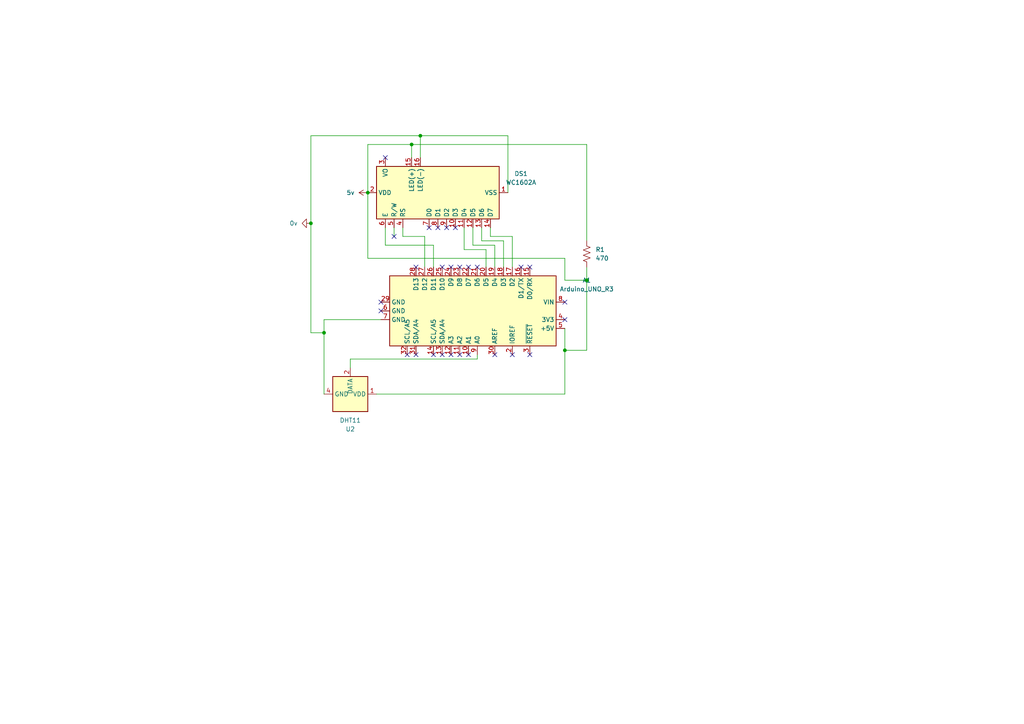
<source format=kicad_sch>
(kicad_sch
	(version 20231120)
	(generator "eeschema")
	(generator_version "8.0")
	(uuid "ef423756-ea58-41cf-aa27-f4dc88d17258")
	(paper "A4")
	(lib_symbols
		(symbol "Device:R_US"
			(pin_numbers hide)
			(pin_names
				(offset 0)
			)
			(exclude_from_sim no)
			(in_bom yes)
			(on_board yes)
			(property "Reference" "R"
				(at 2.54 0 90)
				(effects
					(font
						(size 1.27 1.27)
					)
				)
			)
			(property "Value" "R_US"
				(at -2.54 0 90)
				(effects
					(font
						(size 1.27 1.27)
					)
				)
			)
			(property "Footprint" ""
				(at 1.016 -0.254 90)
				(effects
					(font
						(size 1.27 1.27)
					)
					(hide yes)
				)
			)
			(property "Datasheet" "~"
				(at 0 0 0)
				(effects
					(font
						(size 1.27 1.27)
					)
					(hide yes)
				)
			)
			(property "Description" "Resistor, US symbol"
				(at 0 0 0)
				(effects
					(font
						(size 1.27 1.27)
					)
					(hide yes)
				)
			)
			(property "ki_keywords" "R res resistor"
				(at 0 0 0)
				(effects
					(font
						(size 1.27 1.27)
					)
					(hide yes)
				)
			)
			(property "ki_fp_filters" "R_*"
				(at 0 0 0)
				(effects
					(font
						(size 1.27 1.27)
					)
					(hide yes)
				)
			)
			(symbol "R_US_0_1"
				(polyline
					(pts
						(xy 0 -2.286) (xy 0 -2.54)
					)
					(stroke
						(width 0)
						(type default)
					)
					(fill
						(type none)
					)
				)
				(polyline
					(pts
						(xy 0 2.286) (xy 0 2.54)
					)
					(stroke
						(width 0)
						(type default)
					)
					(fill
						(type none)
					)
				)
				(polyline
					(pts
						(xy 0 -0.762) (xy 1.016 -1.143) (xy 0 -1.524) (xy -1.016 -1.905) (xy 0 -2.286)
					)
					(stroke
						(width 0)
						(type default)
					)
					(fill
						(type none)
					)
				)
				(polyline
					(pts
						(xy 0 0.762) (xy 1.016 0.381) (xy 0 0) (xy -1.016 -0.381) (xy 0 -0.762)
					)
					(stroke
						(width 0)
						(type default)
					)
					(fill
						(type none)
					)
				)
				(polyline
					(pts
						(xy 0 2.286) (xy 1.016 1.905) (xy 0 1.524) (xy -1.016 1.143) (xy 0 0.762)
					)
					(stroke
						(width 0)
						(type default)
					)
					(fill
						(type none)
					)
				)
			)
			(symbol "R_US_1_1"
				(pin passive line
					(at 0 3.81 270)
					(length 1.27)
					(name "~"
						(effects
							(font
								(size 1.27 1.27)
							)
						)
					)
					(number "1"
						(effects
							(font
								(size 1.27 1.27)
							)
						)
					)
				)
				(pin passive line
					(at 0 -3.81 90)
					(length 1.27)
					(name "~"
						(effects
							(font
								(size 1.27 1.27)
							)
						)
					)
					(number "2"
						(effects
							(font
								(size 1.27 1.27)
							)
						)
					)
				)
			)
		)
		(symbol "Display_Character:WC1602A"
			(exclude_from_sim no)
			(in_bom yes)
			(on_board yes)
			(property "Reference" "DS"
				(at -5.842 19.05 0)
				(effects
					(font
						(size 1.27 1.27)
					)
				)
			)
			(property "Value" "WC1602A"
				(at 5.334 19.05 0)
				(effects
					(font
						(size 1.27 1.27)
					)
				)
			)
			(property "Footprint" "Display:WC1602A"
				(at 0 -22.86 0)
				(effects
					(font
						(size 1.27 1.27)
						(italic yes)
					)
					(hide yes)
				)
			)
			(property "Datasheet" "http://www.wincomlcd.com/pdf/WC1602A-SFYLYHTC06.pdf"
				(at 17.78 0 0)
				(effects
					(font
						(size 1.27 1.27)
					)
					(hide yes)
				)
			)
			(property "Description" "LCD 16x2 Alphanumeric , 8 bit parallel bus, 5V VDD"
				(at 0 0 0)
				(effects
					(font
						(size 1.27 1.27)
					)
					(hide yes)
				)
			)
			(property "ki_keywords" "display LCD dot-matrix"
				(at 0 0 0)
				(effects
					(font
						(size 1.27 1.27)
					)
					(hide yes)
				)
			)
			(property "ki_fp_filters" "*WC*1602A*"
				(at 0 0 0)
				(effects
					(font
						(size 1.27 1.27)
					)
					(hide yes)
				)
			)
			(symbol "WC1602A_1_1"
				(rectangle
					(start -7.62 17.78)
					(end 7.62 -17.78)
					(stroke
						(width 0.254)
						(type default)
					)
					(fill
						(type background)
					)
				)
				(pin power_in line
					(at 0 -20.32 90)
					(length 2.54)
					(name "VSS"
						(effects
							(font
								(size 1.27 1.27)
							)
						)
					)
					(number "1"
						(effects
							(font
								(size 1.27 1.27)
							)
						)
					)
				)
				(pin input line
					(at -10.16 -5.08 0)
					(length 2.54)
					(name "D3"
						(effects
							(font
								(size 1.27 1.27)
							)
						)
					)
					(number "10"
						(effects
							(font
								(size 1.27 1.27)
							)
						)
					)
				)
				(pin input line
					(at -10.16 -7.62 0)
					(length 2.54)
					(name "D4"
						(effects
							(font
								(size 1.27 1.27)
							)
						)
					)
					(number "11"
						(effects
							(font
								(size 1.27 1.27)
							)
						)
					)
				)
				(pin input line
					(at -10.16 -10.16 0)
					(length 2.54)
					(name "D5"
						(effects
							(font
								(size 1.27 1.27)
							)
						)
					)
					(number "12"
						(effects
							(font
								(size 1.27 1.27)
							)
						)
					)
				)
				(pin input line
					(at -10.16 -12.7 0)
					(length 2.54)
					(name "D6"
						(effects
							(font
								(size 1.27 1.27)
							)
						)
					)
					(number "13"
						(effects
							(font
								(size 1.27 1.27)
							)
						)
					)
				)
				(pin input line
					(at -10.16 -15.24 0)
					(length 2.54)
					(name "D7"
						(effects
							(font
								(size 1.27 1.27)
							)
						)
					)
					(number "14"
						(effects
							(font
								(size 1.27 1.27)
							)
						)
					)
				)
				(pin power_in line
					(at 10.16 7.62 180)
					(length 2.54)
					(name "LED(+)"
						(effects
							(font
								(size 1.27 1.27)
							)
						)
					)
					(number "15"
						(effects
							(font
								(size 1.27 1.27)
							)
						)
					)
				)
				(pin power_in line
					(at 10.16 5.08 180)
					(length 2.54)
					(name "LED(-)"
						(effects
							(font
								(size 1.27 1.27)
							)
						)
					)
					(number "16"
						(effects
							(font
								(size 1.27 1.27)
							)
						)
					)
				)
				(pin power_in line
					(at 0 20.32 270)
					(length 2.54)
					(name "VDD"
						(effects
							(font
								(size 1.27 1.27)
							)
						)
					)
					(number "2"
						(effects
							(font
								(size 1.27 1.27)
							)
						)
					)
				)
				(pin input line
					(at 10.16 15.24 180)
					(length 2.54)
					(name "VO"
						(effects
							(font
								(size 1.27 1.27)
							)
						)
					)
					(number "3"
						(effects
							(font
								(size 1.27 1.27)
							)
						)
					)
				)
				(pin input line
					(at -10.16 10.16 0)
					(length 2.54)
					(name "RS"
						(effects
							(font
								(size 1.27 1.27)
							)
						)
					)
					(number "4"
						(effects
							(font
								(size 1.27 1.27)
							)
						)
					)
				)
				(pin input line
					(at -10.16 12.7 0)
					(length 2.54)
					(name "R/W"
						(effects
							(font
								(size 1.27 1.27)
							)
						)
					)
					(number "5"
						(effects
							(font
								(size 1.27 1.27)
							)
						)
					)
				)
				(pin input line
					(at -10.16 15.24 0)
					(length 2.54)
					(name "E"
						(effects
							(font
								(size 1.27 1.27)
							)
						)
					)
					(number "6"
						(effects
							(font
								(size 1.27 1.27)
							)
						)
					)
				)
				(pin input line
					(at -10.16 2.54 0)
					(length 2.54)
					(name "D0"
						(effects
							(font
								(size 1.27 1.27)
							)
						)
					)
					(number "7"
						(effects
							(font
								(size 1.27 1.27)
							)
						)
					)
				)
				(pin input line
					(at -10.16 0 0)
					(length 2.54)
					(name "D1"
						(effects
							(font
								(size 1.27 1.27)
							)
						)
					)
					(number "8"
						(effects
							(font
								(size 1.27 1.27)
							)
						)
					)
				)
				(pin input line
					(at -10.16 -2.54 0)
					(length 2.54)
					(name "D2"
						(effects
							(font
								(size 1.27 1.27)
							)
						)
					)
					(number "9"
						(effects
							(font
								(size 1.27 1.27)
							)
						)
					)
				)
			)
		)
		(symbol "MCU_Module:Arduino_UNO_R3"
			(exclude_from_sim no)
			(in_bom yes)
			(on_board yes)
			(property "Reference" "A"
				(at -10.16 23.495 0)
				(effects
					(font
						(size 1.27 1.27)
					)
					(justify left bottom)
				)
			)
			(property "Value" "Arduino_UNO_R3"
				(at 5.08 -26.67 0)
				(effects
					(font
						(size 1.27 1.27)
					)
					(justify left top)
				)
			)
			(property "Footprint" "Module:Arduino_UNO_R3"
				(at 0 0 0)
				(effects
					(font
						(size 1.27 1.27)
						(italic yes)
					)
					(hide yes)
				)
			)
			(property "Datasheet" "https://www.arduino.cc/en/Main/arduinoBoardUno"
				(at 0 0 0)
				(effects
					(font
						(size 1.27 1.27)
					)
					(hide yes)
				)
			)
			(property "Description" "Arduino UNO Microcontroller Module, release 3"
				(at 0 0 0)
				(effects
					(font
						(size 1.27 1.27)
					)
					(hide yes)
				)
			)
			(property "ki_keywords" "Arduino UNO R3 Microcontroller Module Atmel AVR USB"
				(at 0 0 0)
				(effects
					(font
						(size 1.27 1.27)
					)
					(hide yes)
				)
			)
			(property "ki_fp_filters" "Arduino*UNO*R3*"
				(at 0 0 0)
				(effects
					(font
						(size 1.27 1.27)
					)
					(hide yes)
				)
			)
			(symbol "Arduino_UNO_R3_0_1"
				(rectangle
					(start -10.16 22.86)
					(end 10.16 -25.4)
					(stroke
						(width 0.254)
						(type default)
					)
					(fill
						(type background)
					)
				)
			)
			(symbol "Arduino_UNO_R3_1_1"
				(pin no_connect line
					(at -10.16 -20.32 0)
					(length 2.54) hide
					(name "NC"
						(effects
							(font
								(size 1.27 1.27)
							)
						)
					)
					(number "1"
						(effects
							(font
								(size 1.27 1.27)
							)
						)
					)
				)
				(pin bidirectional line
					(at 12.7 -2.54 180)
					(length 2.54)
					(name "A1"
						(effects
							(font
								(size 1.27 1.27)
							)
						)
					)
					(number "10"
						(effects
							(font
								(size 1.27 1.27)
							)
						)
					)
				)
				(pin bidirectional line
					(at 12.7 -5.08 180)
					(length 2.54)
					(name "A2"
						(effects
							(font
								(size 1.27 1.27)
							)
						)
					)
					(number "11"
						(effects
							(font
								(size 1.27 1.27)
							)
						)
					)
				)
				(pin bidirectional line
					(at 12.7 -7.62 180)
					(length 2.54)
					(name "A3"
						(effects
							(font
								(size 1.27 1.27)
							)
						)
					)
					(number "12"
						(effects
							(font
								(size 1.27 1.27)
							)
						)
					)
				)
				(pin bidirectional line
					(at 12.7 -10.16 180)
					(length 2.54)
					(name "SDA/A4"
						(effects
							(font
								(size 1.27 1.27)
							)
						)
					)
					(number "13"
						(effects
							(font
								(size 1.27 1.27)
							)
						)
					)
				)
				(pin bidirectional line
					(at 12.7 -12.7 180)
					(length 2.54)
					(name "SCL/A5"
						(effects
							(font
								(size 1.27 1.27)
							)
						)
					)
					(number "14"
						(effects
							(font
								(size 1.27 1.27)
							)
						)
					)
				)
				(pin bidirectional line
					(at -12.7 15.24 0)
					(length 2.54)
					(name "D0/RX"
						(effects
							(font
								(size 1.27 1.27)
							)
						)
					)
					(number "15"
						(effects
							(font
								(size 1.27 1.27)
							)
						)
					)
				)
				(pin bidirectional line
					(at -12.7 12.7 0)
					(length 2.54)
					(name "D1/TX"
						(effects
							(font
								(size 1.27 1.27)
							)
						)
					)
					(number "16"
						(effects
							(font
								(size 1.27 1.27)
							)
						)
					)
				)
				(pin bidirectional line
					(at -12.7 10.16 0)
					(length 2.54)
					(name "D2"
						(effects
							(font
								(size 1.27 1.27)
							)
						)
					)
					(number "17"
						(effects
							(font
								(size 1.27 1.27)
							)
						)
					)
				)
				(pin bidirectional line
					(at -12.7 7.62 0)
					(length 2.54)
					(name "D3"
						(effects
							(font
								(size 1.27 1.27)
							)
						)
					)
					(number "18"
						(effects
							(font
								(size 1.27 1.27)
							)
						)
					)
				)
				(pin bidirectional line
					(at -12.7 5.08 0)
					(length 2.54)
					(name "D4"
						(effects
							(font
								(size 1.27 1.27)
							)
						)
					)
					(number "19"
						(effects
							(font
								(size 1.27 1.27)
							)
						)
					)
				)
				(pin output line
					(at 12.7 10.16 180)
					(length 2.54)
					(name "IOREF"
						(effects
							(font
								(size 1.27 1.27)
							)
						)
					)
					(number "2"
						(effects
							(font
								(size 1.27 1.27)
							)
						)
					)
				)
				(pin bidirectional line
					(at -12.7 2.54 0)
					(length 2.54)
					(name "D5"
						(effects
							(font
								(size 1.27 1.27)
							)
						)
					)
					(number "20"
						(effects
							(font
								(size 1.27 1.27)
							)
						)
					)
				)
				(pin bidirectional line
					(at -12.7 0 0)
					(length 2.54)
					(name "D6"
						(effects
							(font
								(size 1.27 1.27)
							)
						)
					)
					(number "21"
						(effects
							(font
								(size 1.27 1.27)
							)
						)
					)
				)
				(pin bidirectional line
					(at -12.7 -2.54 0)
					(length 2.54)
					(name "D7"
						(effects
							(font
								(size 1.27 1.27)
							)
						)
					)
					(number "22"
						(effects
							(font
								(size 1.27 1.27)
							)
						)
					)
				)
				(pin bidirectional line
					(at -12.7 -5.08 0)
					(length 2.54)
					(name "D8"
						(effects
							(font
								(size 1.27 1.27)
							)
						)
					)
					(number "23"
						(effects
							(font
								(size 1.27 1.27)
							)
						)
					)
				)
				(pin bidirectional line
					(at -12.7 -7.62 0)
					(length 2.54)
					(name "D9"
						(effects
							(font
								(size 1.27 1.27)
							)
						)
					)
					(number "24"
						(effects
							(font
								(size 1.27 1.27)
							)
						)
					)
				)
				(pin bidirectional line
					(at -12.7 -10.16 0)
					(length 2.54)
					(name "D10"
						(effects
							(font
								(size 1.27 1.27)
							)
						)
					)
					(number "25"
						(effects
							(font
								(size 1.27 1.27)
							)
						)
					)
				)
				(pin bidirectional line
					(at -12.7 -12.7 0)
					(length 2.54)
					(name "D11"
						(effects
							(font
								(size 1.27 1.27)
							)
						)
					)
					(number "26"
						(effects
							(font
								(size 1.27 1.27)
							)
						)
					)
				)
				(pin bidirectional line
					(at -12.7 -15.24 0)
					(length 2.54)
					(name "D12"
						(effects
							(font
								(size 1.27 1.27)
							)
						)
					)
					(number "27"
						(effects
							(font
								(size 1.27 1.27)
							)
						)
					)
				)
				(pin bidirectional line
					(at -12.7 -17.78 0)
					(length 2.54)
					(name "D13"
						(effects
							(font
								(size 1.27 1.27)
							)
						)
					)
					(number "28"
						(effects
							(font
								(size 1.27 1.27)
							)
						)
					)
				)
				(pin power_in line
					(at -2.54 -27.94 90)
					(length 2.54)
					(name "GND"
						(effects
							(font
								(size 1.27 1.27)
							)
						)
					)
					(number "29"
						(effects
							(font
								(size 1.27 1.27)
							)
						)
					)
				)
				(pin input line
					(at 12.7 15.24 180)
					(length 2.54)
					(name "~{RESET}"
						(effects
							(font
								(size 1.27 1.27)
							)
						)
					)
					(number "3"
						(effects
							(font
								(size 1.27 1.27)
							)
						)
					)
				)
				(pin input line
					(at 12.7 5.08 180)
					(length 2.54)
					(name "AREF"
						(effects
							(font
								(size 1.27 1.27)
							)
						)
					)
					(number "30"
						(effects
							(font
								(size 1.27 1.27)
							)
						)
					)
				)
				(pin bidirectional line
					(at 12.7 -17.78 180)
					(length 2.54)
					(name "SDA/A4"
						(effects
							(font
								(size 1.27 1.27)
							)
						)
					)
					(number "31"
						(effects
							(font
								(size 1.27 1.27)
							)
						)
					)
				)
				(pin bidirectional line
					(at 12.7 -20.32 180)
					(length 2.54)
					(name "SCL/A5"
						(effects
							(font
								(size 1.27 1.27)
							)
						)
					)
					(number "32"
						(effects
							(font
								(size 1.27 1.27)
							)
						)
					)
				)
				(pin power_out line
					(at 2.54 25.4 270)
					(length 2.54)
					(name "3V3"
						(effects
							(font
								(size 1.27 1.27)
							)
						)
					)
					(number "4"
						(effects
							(font
								(size 1.27 1.27)
							)
						)
					)
				)
				(pin power_out line
					(at 5.08 25.4 270)
					(length 2.54)
					(name "+5V"
						(effects
							(font
								(size 1.27 1.27)
							)
						)
					)
					(number "5"
						(effects
							(font
								(size 1.27 1.27)
							)
						)
					)
				)
				(pin power_in line
					(at 0 -27.94 90)
					(length 2.54)
					(name "GND"
						(effects
							(font
								(size 1.27 1.27)
							)
						)
					)
					(number "6"
						(effects
							(font
								(size 1.27 1.27)
							)
						)
					)
				)
				(pin power_in line
					(at 2.54 -27.94 90)
					(length 2.54)
					(name "GND"
						(effects
							(font
								(size 1.27 1.27)
							)
						)
					)
					(number "7"
						(effects
							(font
								(size 1.27 1.27)
							)
						)
					)
				)
				(pin power_in line
					(at -2.54 25.4 270)
					(length 2.54)
					(name "VIN"
						(effects
							(font
								(size 1.27 1.27)
							)
						)
					)
					(number "8"
						(effects
							(font
								(size 1.27 1.27)
							)
						)
					)
				)
				(pin bidirectional line
					(at 12.7 0 180)
					(length 2.54)
					(name "A0"
						(effects
							(font
								(size 1.27 1.27)
							)
						)
					)
					(number "9"
						(effects
							(font
								(size 1.27 1.27)
							)
						)
					)
				)
			)
		)
		(symbol "Sensor:DHT11"
			(exclude_from_sim no)
			(in_bom yes)
			(on_board yes)
			(property "Reference" "U"
				(at -3.81 6.35 0)
				(effects
					(font
						(size 1.27 1.27)
					)
				)
			)
			(property "Value" "DHT11"
				(at 3.81 6.35 0)
				(effects
					(font
						(size 1.27 1.27)
					)
				)
			)
			(property "Footprint" "Sensor:Aosong_DHT11_5.5x12.0_P2.54mm"
				(at 0 -10.16 0)
				(effects
					(font
						(size 1.27 1.27)
					)
					(hide yes)
				)
			)
			(property "Datasheet" "http://akizukidenshi.com/download/ds/aosong/DHT11.pdf"
				(at 3.81 6.35 0)
				(effects
					(font
						(size 1.27 1.27)
					)
					(hide yes)
				)
			)
			(property "Description" "3.3V to 5.5V, temperature and humidity module, DHT11"
				(at 0 0 0)
				(effects
					(font
						(size 1.27 1.27)
					)
					(hide yes)
				)
			)
			(property "ki_keywords" "digital sensor"
				(at 0 0 0)
				(effects
					(font
						(size 1.27 1.27)
					)
					(hide yes)
				)
			)
			(property "ki_fp_filters" "Aosong*DHT11*5.5x12.0*P2.54mm*"
				(at 0 0 0)
				(effects
					(font
						(size 1.27 1.27)
					)
					(hide yes)
				)
			)
			(symbol "DHT11_0_1"
				(rectangle
					(start -5.08 5.08)
					(end 5.08 -5.08)
					(stroke
						(width 0.254)
						(type default)
					)
					(fill
						(type background)
					)
				)
			)
			(symbol "DHT11_1_1"
				(pin power_in line
					(at 0 7.62 270)
					(length 2.54)
					(name "VDD"
						(effects
							(font
								(size 1.27 1.27)
							)
						)
					)
					(number "1"
						(effects
							(font
								(size 1.27 1.27)
							)
						)
					)
				)
				(pin bidirectional line
					(at 7.62 0 180)
					(length 2.54)
					(name "DATA"
						(effects
							(font
								(size 1.27 1.27)
							)
						)
					)
					(number "2"
						(effects
							(font
								(size 1.27 1.27)
							)
						)
					)
				)
				(pin no_connect line
					(at -5.08 0 0)
					(length 2.54) hide
					(name "NC"
						(effects
							(font
								(size 1.27 1.27)
							)
						)
					)
					(number "3"
						(effects
							(font
								(size 1.27 1.27)
							)
						)
					)
				)
				(pin power_in line
					(at 0 -7.62 90)
					(length 2.54)
					(name "GND"
						(effects
							(font
								(size 1.27 1.27)
							)
						)
					)
					(number "4"
						(effects
							(font
								(size 1.27 1.27)
							)
						)
					)
				)
			)
		)
		(symbol "power:GND"
			(power)
			(pin_numbers hide)
			(pin_names
				(offset 0) hide)
			(exclude_from_sim no)
			(in_bom yes)
			(on_board yes)
			(property "Reference" "#PWR"
				(at 0 -6.35 0)
				(effects
					(font
						(size 1.27 1.27)
					)
					(hide yes)
				)
			)
			(property "Value" "GND"
				(at 0 -3.81 0)
				(effects
					(font
						(size 1.27 1.27)
					)
				)
			)
			(property "Footprint" ""
				(at 0 0 0)
				(effects
					(font
						(size 1.27 1.27)
					)
					(hide yes)
				)
			)
			(property "Datasheet" ""
				(at 0 0 0)
				(effects
					(font
						(size 1.27 1.27)
					)
					(hide yes)
				)
			)
			(property "Description" "Power symbol creates a global label with name \"GND\" , ground"
				(at 0 0 0)
				(effects
					(font
						(size 1.27 1.27)
					)
					(hide yes)
				)
			)
			(property "ki_keywords" "global power"
				(at 0 0 0)
				(effects
					(font
						(size 1.27 1.27)
					)
					(hide yes)
				)
			)
			(symbol "GND_0_1"
				(polyline
					(pts
						(xy 0 0) (xy 0 -1.27) (xy 1.27 -1.27) (xy 0 -2.54) (xy -1.27 -1.27) (xy 0 -1.27)
					)
					(stroke
						(width 0)
						(type default)
					)
					(fill
						(type none)
					)
				)
			)
			(symbol "GND_1_1"
				(pin power_in line
					(at 0 0 270)
					(length 0)
					(name "~"
						(effects
							(font
								(size 1.27 1.27)
							)
						)
					)
					(number "1"
						(effects
							(font
								(size 1.27 1.27)
							)
						)
					)
				)
			)
		)
		(symbol "power:VCC"
			(power)
			(pin_numbers hide)
			(pin_names
				(offset 0) hide)
			(exclude_from_sim no)
			(in_bom yes)
			(on_board yes)
			(property "Reference" "#PWR"
				(at 0 -3.81 0)
				(effects
					(font
						(size 1.27 1.27)
					)
					(hide yes)
				)
			)
			(property "Value" "VCC"
				(at 0 3.556 0)
				(effects
					(font
						(size 1.27 1.27)
					)
				)
			)
			(property "Footprint" ""
				(at 0 0 0)
				(effects
					(font
						(size 1.27 1.27)
					)
					(hide yes)
				)
			)
			(property "Datasheet" ""
				(at 0 0 0)
				(effects
					(font
						(size 1.27 1.27)
					)
					(hide yes)
				)
			)
			(property "Description" "Power symbol creates a global label with name \"VCC\""
				(at 0 0 0)
				(effects
					(font
						(size 1.27 1.27)
					)
					(hide yes)
				)
			)
			(property "ki_keywords" "global power"
				(at 0 0 0)
				(effects
					(font
						(size 1.27 1.27)
					)
					(hide yes)
				)
			)
			(symbol "VCC_0_1"
				(polyline
					(pts
						(xy -0.762 1.27) (xy 0 2.54)
					)
					(stroke
						(width 0)
						(type default)
					)
					(fill
						(type none)
					)
				)
				(polyline
					(pts
						(xy 0 0) (xy 0 2.54)
					)
					(stroke
						(width 0)
						(type default)
					)
					(fill
						(type none)
					)
				)
				(polyline
					(pts
						(xy 0 2.54) (xy 0.762 1.27)
					)
					(stroke
						(width 0)
						(type default)
					)
					(fill
						(type none)
					)
				)
			)
			(symbol "VCC_1_1"
				(pin power_in line
					(at 0 0 90)
					(length 0)
					(name "~"
						(effects
							(font
								(size 1.27 1.27)
							)
						)
					)
					(number "1"
						(effects
							(font
								(size 1.27 1.27)
							)
						)
					)
				)
			)
		)
	)
	(junction
		(at 119.38 41.91)
		(diameter 0)
		(color 0 0 0 0)
		(uuid "08389df2-696b-4a9b-9720-7ea51c93bb29")
	)
	(junction
		(at 106.68 55.88)
		(diameter 0)
		(color 0 0 0 0)
		(uuid "08a05b88-8f8a-4ca8-a1e4-8d345ba238ad")
	)
	(junction
		(at 90.17 64.77)
		(diameter 0)
		(color 0 0 0 0)
		(uuid "1d8c5471-ba93-490d-9e4e-92b24fa26abe")
	)
	(junction
		(at 121.92 39.37)
		(diameter 0)
		(color 0 0 0 0)
		(uuid "6bb8bae4-75c0-4236-8b3d-da583892c3a6")
	)
	(junction
		(at 93.98 96.52)
		(diameter 0)
		(color 0 0 0 0)
		(uuid "7df3f47f-3590-4234-9432-5d32ebcb3c35")
	)
	(junction
		(at 163.83 101.6)
		(diameter 0)
		(color 0 0 0 0)
		(uuid "898fa30a-e53b-4cbe-9a83-6ec337de6485")
	)
	(junction
		(at 170.18 81.28)
		(diameter 0)
		(color 0 0 0 0)
		(uuid "b2fe5f38-a609-41cf-b62a-857aa249d040")
	)
	(no_connect
		(at 128.27 77.47)
		(uuid "123b8f3a-62e3-4de0-8894-211b95c64511")
	)
	(no_connect
		(at 143.51 102.87)
		(uuid "1ed12394-d36a-46c9-a153-bd5649edfe69")
	)
	(no_connect
		(at 135.89 102.87)
		(uuid "2faba341-87ca-4238-bb33-5e590898064f")
	)
	(no_connect
		(at 148.59 102.87)
		(uuid "342b8a8e-b74f-4fbf-9289-4d779ad39619")
	)
	(no_connect
		(at 128.27 102.87)
		(uuid "47612fa6-5aeb-4e1f-a66d-b102b47691be")
	)
	(no_connect
		(at 110.49 90.17)
		(uuid "492f1ad3-795b-436f-89a9-5e82b0b45419")
	)
	(no_connect
		(at 163.83 92.71)
		(uuid "62dc2d31-50b8-4da1-ab49-b0d6c809bbfe")
	)
	(no_connect
		(at 153.67 102.87)
		(uuid "64b1d8e7-b364-419f-9ab6-9bc6042fe5f0")
	)
	(no_connect
		(at 133.35 77.47)
		(uuid "6f287ca3-223a-4d1b-8a9f-821c4dccbd59")
	)
	(no_connect
		(at 114.3 68.58)
		(uuid "775f3538-1b49-4f61-8334-40210d34e4b5")
	)
	(no_connect
		(at 133.35 102.87)
		(uuid "7a717bd2-8d99-4ec8-a6bd-23aa87675384")
	)
	(no_connect
		(at 132.08 66.04)
		(uuid "828ea3db-0191-4bd2-a6b1-520a42eedd06")
	)
	(no_connect
		(at 118.11 102.87)
		(uuid "85c1aa03-e895-4175-9177-e5af4f776f05")
	)
	(no_connect
		(at 151.13 77.47)
		(uuid "9cd48e88-b7e8-4176-bbbc-8c3a086c43ae")
	)
	(no_connect
		(at 153.67 77.47)
		(uuid "9d35a3b1-faf5-46b3-9701-013cd5ee57cc")
	)
	(no_connect
		(at 130.81 77.47)
		(uuid "b7202f8c-c555-4125-90df-dcb83fbffc4c")
	)
	(no_connect
		(at 138.43 77.47)
		(uuid "bc632e45-fabf-4175-a519-fb4d2c6191f5")
	)
	(no_connect
		(at 135.89 77.47)
		(uuid "c1c03d24-e3b6-4d8b-bdf9-b3b9c3b8331b")
	)
	(no_connect
		(at 120.65 77.47)
		(uuid "c97c3b65-d7fc-46b9-94ed-ec0d26ca905a")
	)
	(no_connect
		(at 124.46 66.04)
		(uuid "cb54c3d1-9650-43d7-b6f3-884499466e44")
	)
	(no_connect
		(at 111.76 45.72)
		(uuid "da05b9c6-68fc-4fac-bdf9-059fdd0c9f01")
	)
	(no_connect
		(at 129.54 66.04)
		(uuid "e2a07fcc-be08-4ddb-bcb5-4543b8670993")
	)
	(no_connect
		(at 120.65 102.87)
		(uuid "e791e386-3998-4ca5-9013-51acdddb6088")
	)
	(no_connect
		(at 127 66.04)
		(uuid "e916ab0e-ecec-4ac3-9fb9-01398d3efa60")
	)
	(no_connect
		(at 125.73 102.87)
		(uuid "efd8a097-4c39-4b3a-855e-1fbbdaf37f68")
	)
	(no_connect
		(at 163.83 87.63)
		(uuid "f260c0d5-236d-4561-a167-04ae8b3ca8a4")
	)
	(no_connect
		(at 130.81 102.87)
		(uuid "f3ded02f-5487-4a2a-841b-5cd990a0d5a0")
	)
	(no_connect
		(at 110.49 87.63)
		(uuid "fd733f90-ee4a-462d-8a5b-753f95be27e7")
	)
	(wire
		(pts
			(xy 146.05 77.47) (xy 146.05 69.85)
		)
		(stroke
			(width 0)
			(type default)
		)
		(uuid "0b459d5c-4646-42e5-bc60-7f30d2d66932")
	)
	(wire
		(pts
			(xy 163.83 74.93) (xy 163.83 81.28)
		)
		(stroke
			(width 0)
			(type default)
		)
		(uuid "0b959e64-61da-44df-8a0d-6899e0192395")
	)
	(wire
		(pts
			(xy 101.6 104.14) (xy 101.6 106.68)
		)
		(stroke
			(width 0)
			(type default)
		)
		(uuid "0e7bc7e4-9f21-4d37-9982-9c847f9d273c")
	)
	(wire
		(pts
			(xy 90.17 96.52) (xy 93.98 96.52)
		)
		(stroke
			(width 0)
			(type default)
		)
		(uuid "0ea231dd-b22b-467a-9012-9eaa19772cc2")
	)
	(wire
		(pts
			(xy 138.43 104.14) (xy 138.43 102.87)
		)
		(stroke
			(width 0)
			(type default)
		)
		(uuid "102c94fa-827f-46bd-bd6d-ba2fcbce3e19")
	)
	(wire
		(pts
			(xy 143.51 71.12) (xy 137.16 71.12)
		)
		(stroke
			(width 0)
			(type default)
		)
		(uuid "253ca2a6-503b-4396-8bda-d1dca14da3d4")
	)
	(wire
		(pts
			(xy 163.83 114.3) (xy 163.83 101.6)
		)
		(stroke
			(width 0)
			(type default)
		)
		(uuid "295ea655-90bb-4e2d-89e5-014dc39dda37")
	)
	(wire
		(pts
			(xy 142.24 68.58) (xy 142.24 66.04)
		)
		(stroke
			(width 0)
			(type default)
		)
		(uuid "324a155e-980c-4a0d-94fc-09dc98037ade")
	)
	(wire
		(pts
			(xy 114.3 66.04) (xy 114.3 68.58)
		)
		(stroke
			(width 0)
			(type default)
		)
		(uuid "34b99576-4e23-4543-b503-1e441bb9950f")
	)
	(wire
		(pts
			(xy 139.7 69.85) (xy 139.7 66.04)
		)
		(stroke
			(width 0)
			(type default)
		)
		(uuid "393db68b-7029-4246-80cd-4ec5cd90e60c")
	)
	(wire
		(pts
			(xy 140.97 77.47) (xy 140.97 72.39)
		)
		(stroke
			(width 0)
			(type default)
		)
		(uuid "3c33d8f0-eda4-4f18-9bff-7d5ee2fb6475")
	)
	(wire
		(pts
			(xy 134.62 72.39) (xy 134.62 66.04)
		)
		(stroke
			(width 0)
			(type default)
		)
		(uuid "47cf6bf4-8bf9-466a-96f9-be0cda034318")
	)
	(wire
		(pts
			(xy 137.16 71.12) (xy 137.16 66.04)
		)
		(stroke
			(width 0)
			(type default)
		)
		(uuid "487c08e7-dc30-45de-a31d-e657ad9be461")
	)
	(wire
		(pts
			(xy 143.51 77.47) (xy 143.51 71.12)
		)
		(stroke
			(width 0)
			(type default)
		)
		(uuid "48c59064-732d-4f3d-ae6f-54a9fab88855")
	)
	(wire
		(pts
			(xy 93.98 92.71) (xy 110.49 92.71)
		)
		(stroke
			(width 0)
			(type default)
		)
		(uuid "49bd694c-eb0b-436d-94a8-549ce7a6d247")
	)
	(wire
		(pts
			(xy 170.18 101.6) (xy 163.83 101.6)
		)
		(stroke
			(width 0)
			(type default)
		)
		(uuid "4a91883b-a295-457f-8054-4f97ff6efa2b")
	)
	(wire
		(pts
			(xy 116.84 68.58) (xy 116.84 66.04)
		)
		(stroke
			(width 0)
			(type default)
		)
		(uuid "4b2094a2-362b-4446-b23b-ce1ad7de0af2")
	)
	(wire
		(pts
			(xy 90.17 39.37) (xy 121.92 39.37)
		)
		(stroke
			(width 0)
			(type default)
		)
		(uuid "4e53639e-1712-4ba2-ba69-73575307cc09")
	)
	(wire
		(pts
			(xy 147.32 39.37) (xy 147.32 55.88)
		)
		(stroke
			(width 0)
			(type default)
		)
		(uuid "4fcb2621-313c-4388-a671-f59f95c7d40b")
	)
	(wire
		(pts
			(xy 119.38 41.91) (xy 106.68 41.91)
		)
		(stroke
			(width 0)
			(type default)
		)
		(uuid "5600be4d-05a6-444e-8110-b23972cd6e8a")
	)
	(wire
		(pts
			(xy 90.17 39.37) (xy 90.17 64.77)
		)
		(stroke
			(width 0)
			(type default)
		)
		(uuid "56413099-cb81-4b51-b9cd-fee0cf626123")
	)
	(wire
		(pts
			(xy 163.83 101.6) (xy 163.83 95.25)
		)
		(stroke
			(width 0)
			(type default)
		)
		(uuid "6178b5e3-6afc-4648-9a97-9662dc0172c9")
	)
	(wire
		(pts
			(xy 90.17 64.77) (xy 90.17 96.52)
		)
		(stroke
			(width 0)
			(type default)
		)
		(uuid "622ad7bd-144e-4f6b-9500-38dde6b01eae")
	)
	(wire
		(pts
			(xy 111.76 71.12) (xy 111.76 66.04)
		)
		(stroke
			(width 0)
			(type default)
		)
		(uuid "63029a23-03d4-49e8-bc7e-8f23d554d2f8")
	)
	(wire
		(pts
			(xy 101.6 104.14) (xy 138.43 104.14)
		)
		(stroke
			(width 0)
			(type default)
		)
		(uuid "6ca808a9-0461-4e73-9a9d-ebd952eb4248")
	)
	(wire
		(pts
			(xy 106.68 55.88) (xy 106.68 74.93)
		)
		(stroke
			(width 0)
			(type default)
		)
		(uuid "72aa224d-cdc6-4739-be80-1b369e970e2e")
	)
	(wire
		(pts
			(xy 106.68 74.93) (xy 163.83 74.93)
		)
		(stroke
			(width 0)
			(type default)
		)
		(uuid "77fadb6d-966e-41b8-b440-cf9e4e5ff1d9")
	)
	(wire
		(pts
			(xy 146.05 69.85) (xy 139.7 69.85)
		)
		(stroke
			(width 0)
			(type default)
		)
		(uuid "7d5223de-0ea4-41e2-bf54-b60bdf8446be")
	)
	(wire
		(pts
			(xy 140.97 72.39) (xy 134.62 72.39)
		)
		(stroke
			(width 0)
			(type default)
		)
		(uuid "8070c760-691b-466f-92f7-8107e8a87e76")
	)
	(wire
		(pts
			(xy 170.18 41.91) (xy 119.38 41.91)
		)
		(stroke
			(width 0)
			(type default)
		)
		(uuid "8bbb17ff-1b47-471f-9f8d-7a7b9183c091")
	)
	(wire
		(pts
			(xy 148.59 68.58) (xy 142.24 68.58)
		)
		(stroke
			(width 0)
			(type default)
		)
		(uuid "8ecc8669-e698-45b0-8663-dbb5d22ab087")
	)
	(wire
		(pts
			(xy 121.92 39.37) (xy 147.32 39.37)
		)
		(stroke
			(width 0)
			(type default)
		)
		(uuid "927b643d-2617-4d75-809c-b63df168406a")
	)
	(wire
		(pts
			(xy 148.59 77.47) (xy 148.59 68.58)
		)
		(stroke
			(width 0)
			(type default)
		)
		(uuid "989ff7bc-af9f-424c-810d-5e3711f6a2a1")
	)
	(wire
		(pts
			(xy 163.83 81.28) (xy 170.18 81.28)
		)
		(stroke
			(width 0)
			(type default)
		)
		(uuid "a3e505ae-5d3c-4945-a808-aa65061595d2")
	)
	(wire
		(pts
			(xy 170.18 77.47) (xy 170.18 81.28)
		)
		(stroke
			(width 0)
			(type default)
		)
		(uuid "a9739f5d-cda9-4154-9561-89b8b4526b96")
	)
	(wire
		(pts
			(xy 116.84 68.58) (xy 123.19 68.58)
		)
		(stroke
			(width 0)
			(type default)
		)
		(uuid "ab947ddd-105b-4527-9e6f-9e1645634408")
	)
	(wire
		(pts
			(xy 93.98 96.52) (xy 93.98 114.3)
		)
		(stroke
			(width 0)
			(type default)
		)
		(uuid "b4ba35b5-c363-4569-b8a6-b51aea499f6d")
	)
	(wire
		(pts
			(xy 170.18 69.85) (xy 170.18 41.91)
		)
		(stroke
			(width 0)
			(type default)
		)
		(uuid "be29f113-eaa1-410f-9ad0-a7e90b43b2ba")
	)
	(wire
		(pts
			(xy 170.18 81.28) (xy 170.18 101.6)
		)
		(stroke
			(width 0)
			(type default)
		)
		(uuid "c8e176ff-b824-4a60-b7f0-5bd1a7dab585")
	)
	(wire
		(pts
			(xy 123.19 68.58) (xy 123.19 77.47)
		)
		(stroke
			(width 0)
			(type default)
		)
		(uuid "cc93a774-0e86-45e3-8ed3-3210e2296881")
	)
	(wire
		(pts
			(xy 109.22 114.3) (xy 163.83 114.3)
		)
		(stroke
			(width 0)
			(type default)
		)
		(uuid "d2780ae1-657e-4151-a928-6b66cfd3441e")
	)
	(wire
		(pts
			(xy 119.38 41.91) (xy 119.38 45.72)
		)
		(stroke
			(width 0)
			(type default)
		)
		(uuid "d3371c03-90a4-42a5-b722-e1f9c2fa4f36")
	)
	(wire
		(pts
			(xy 93.98 92.71) (xy 93.98 96.52)
		)
		(stroke
			(width 0)
			(type default)
		)
		(uuid "df30e30b-99d5-4bc9-9f26-d9c6b2a2cb89")
	)
	(wire
		(pts
			(xy 106.68 41.91) (xy 106.68 55.88)
		)
		(stroke
			(width 0)
			(type default)
		)
		(uuid "e541b05b-5986-47c0-9527-979673c91366")
	)
	(wire
		(pts
			(xy 125.73 77.47) (xy 125.73 71.12)
		)
		(stroke
			(width 0)
			(type default)
		)
		(uuid "eceeb1c3-1a39-4c15-880e-317fb7192564")
	)
	(wire
		(pts
			(xy 125.73 71.12) (xy 111.76 71.12)
		)
		(stroke
			(width 0)
			(type default)
		)
		(uuid "ef355efb-84dd-4efb-be32-9a23d5f4bc9e")
	)
	(wire
		(pts
			(xy 121.92 39.37) (xy 121.92 45.72)
		)
		(stroke
			(width 0)
			(type default)
		)
		(uuid "f62e4f28-699e-4ebe-8f81-ee53ce65eb81")
	)
	(symbol
		(lib_id "Display_Character:WC1602A")
		(at 127 55.88 90)
		(unit 1)
		(exclude_from_sim no)
		(in_bom yes)
		(on_board yes)
		(dnp no)
		(fields_autoplaced yes)
		(uuid "1eafffce-0aa3-479d-85bd-afe02ab34438")
		(property "Reference" "DS1"
			(at 151.13 50.3838 90)
			(effects
				(font
					(size 1.27 1.27)
				)
			)
		)
		(property "Value" "WC1602A"
			(at 151.13 52.9238 90)
			(effects
				(font
					(size 1.27 1.27)
				)
			)
		)
		(property "Footprint" "Display:WC1602A"
			(at 149.86 55.88 0)
			(effects
				(font
					(size 1.27 1.27)
					(italic yes)
				)
				(hide yes)
			)
		)
		(property "Datasheet" "http://www.wincomlcd.com/pdf/WC1602A-SFYLYHTC06.pdf"
			(at 127 38.1 0)
			(effects
				(font
					(size 1.27 1.27)
				)
				(hide yes)
			)
		)
		(property "Description" "LCD 16x2 Alphanumeric , 8 bit parallel bus, 5V VDD"
			(at 127 55.88 0)
			(effects
				(font
					(size 1.27 1.27)
				)
				(hide yes)
			)
		)
		(pin "6"
			(uuid "b9c967cd-2504-4c5c-b7ae-d1f2a571b0ba")
		)
		(pin "8"
			(uuid "5e9ccc0d-094c-468c-879e-5fa3c91e11a1")
		)
		(pin "15"
			(uuid "416065cc-16e3-4b29-87ce-6d5d2a208e49")
		)
		(pin "12"
			(uuid "72df3fce-b52c-464f-a01d-b0ccedcc3357")
		)
		(pin "4"
			(uuid "36bc3681-cd6c-4830-b654-dee2b683ff78")
		)
		(pin "14"
			(uuid "e9a4a957-673c-4df2-9f89-b74621f54048")
		)
		(pin "7"
			(uuid "5f999484-39ec-413a-8968-780f8533528b")
		)
		(pin "11"
			(uuid "03571e8a-7639-4375-b653-b463842670ab")
		)
		(pin "13"
			(uuid "04d3c1b2-fc83-40d4-b377-10607df5de5f")
		)
		(pin "1"
			(uuid "2719db5e-29ce-4b6c-b787-0478f14eb5c9")
		)
		(pin "5"
			(uuid "09698578-cddb-4251-a6e8-eb26b6b37dbd")
		)
		(pin "10"
			(uuid "5fd95a19-f2f4-4f99-87be-a5201eab2d51")
		)
		(pin "2"
			(uuid "86b707e1-7321-4b00-a573-01b8aefc7e10")
		)
		(pin "9"
			(uuid "cc494aa4-b82c-4ac8-8db7-c998825552ce")
		)
		(pin "3"
			(uuid "161c6c0e-2746-4bf3-b1dc-f2a5ee10a267")
		)
		(pin "16"
			(uuid "5a51c11a-9010-41b1-b466-cbf3cf2cb7d8")
		)
		(instances
			(project ""
				(path "/ef423756-ea58-41cf-aa27-f4dc88d17258"
					(reference "DS1")
					(unit 1)
				)
			)
		)
	)
	(symbol
		(lib_id "power:VCC")
		(at 106.68 55.88 90)
		(unit 1)
		(exclude_from_sim no)
		(in_bom yes)
		(on_board yes)
		(dnp no)
		(fields_autoplaced yes)
		(uuid "3ce9890c-2ca1-4410-b284-b9fc19623a89")
		(property "Reference" "#PWR01"
			(at 110.49 55.88 0)
			(effects
				(font
					(size 1.27 1.27)
				)
				(hide yes)
			)
		)
		(property "Value" "5v"
			(at 102.87 55.8799 90)
			(effects
				(font
					(size 1.27 1.27)
				)
				(justify left)
			)
		)
		(property "Footprint" ""
			(at 106.68 55.88 0)
			(effects
				(font
					(size 1.27 1.27)
				)
				(hide yes)
			)
		)
		(property "Datasheet" ""
			(at 106.68 55.88 0)
			(effects
				(font
					(size 1.27 1.27)
				)
				(hide yes)
			)
		)
		(property "Description" "Power symbol creates a global label with name \"VCC\""
			(at 106.68 55.88 0)
			(effects
				(font
					(size 1.27 1.27)
				)
				(hide yes)
			)
		)
		(pin "1"
			(uuid "2dea7852-9904-480b-b586-c1e48e6e0d11")
		)
		(instances
			(project ""
				(path "/ef423756-ea58-41cf-aa27-f4dc88d17258"
					(reference "#PWR01")
					(unit 1)
				)
			)
		)
	)
	(symbol
		(lib_id "Device:R_US")
		(at 170.18 73.66 0)
		(unit 1)
		(exclude_from_sim no)
		(in_bom yes)
		(on_board yes)
		(dnp no)
		(fields_autoplaced yes)
		(uuid "3e2b2d3f-aed0-4a22-94db-ecaa11bf7655")
		(property "Reference" "R1"
			(at 172.72 72.3899 0)
			(effects
				(font
					(size 1.27 1.27)
				)
				(justify left)
			)
		)
		(property "Value" "470"
			(at 172.72 74.9299 0)
			(effects
				(font
					(size 1.27 1.27)
				)
				(justify left)
			)
		)
		(property "Footprint" "Resistor_THT:R_Axial_DIN0204_L3.6mm_D1.6mm_P5.08mm_Horizontal"
			(at 171.196 73.914 90)
			(effects
				(font
					(size 1.27 1.27)
				)
				(hide yes)
			)
		)
		(property "Datasheet" "~"
			(at 170.18 73.66 0)
			(effects
				(font
					(size 1.27 1.27)
				)
				(hide yes)
			)
		)
		(property "Description" "Resistor, US symbol"
			(at 170.18 73.66 0)
			(effects
				(font
					(size 1.27 1.27)
				)
				(hide yes)
			)
		)
		(pin "2"
			(uuid "fc2b55f0-4f80-408f-b997-a84517504e49")
		)
		(pin "1"
			(uuid "d39934cc-a9ee-453c-b274-5edf02cac2bd")
		)
		(instances
			(project ""
				(path "/ef423756-ea58-41cf-aa27-f4dc88d17258"
					(reference "R1")
					(unit 1)
				)
			)
		)
	)
	(symbol
		(lib_id "Sensor:DHT11")
		(at 101.6 114.3 270)
		(mirror x)
		(unit 1)
		(exclude_from_sim no)
		(in_bom yes)
		(on_board yes)
		(dnp no)
		(uuid "508baed7-704d-4da9-ad93-9c0ba108264b")
		(property "Reference" "U2"
			(at 101.6 124.46 90)
			(effects
				(font
					(size 1.27 1.27)
				)
			)
		)
		(property "Value" "DHT11"
			(at 101.6 121.92 90)
			(effects
				(font
					(size 1.27 1.27)
				)
			)
		)
		(property "Footprint" "Sensor:Aosong_DHT11_5.5x12.0_P2.54mm"
			(at 91.44 114.3 0)
			(effects
				(font
					(size 1.27 1.27)
				)
				(hide yes)
			)
		)
		(property "Datasheet" "http://akizukidenshi.com/download/ds/aosong/DHT11.pdf"
			(at 107.95 110.49 0)
			(effects
				(font
					(size 1.27 1.27)
				)
				(hide yes)
			)
		)
		(property "Description" "3.3V to 5.5V, temperature and humidity module, DHT11"
			(at 101.6 114.3 0)
			(effects
				(font
					(size 1.27 1.27)
				)
				(hide yes)
			)
		)
		(pin "2"
			(uuid "231be300-141a-4f34-b4d5-2af80c198104")
		)
		(pin "1"
			(uuid "bc1854e5-5233-42de-8785-b0787f8fcc84")
		)
		(pin "3"
			(uuid "5e90d9f7-0a0c-49d1-8128-aa38a2b219b9")
		)
		(pin "4"
			(uuid "f10804be-d180-47bd-bb15-27a3fe489319")
		)
		(instances
			(project ""
				(path "/ef423756-ea58-41cf-aa27-f4dc88d17258"
					(reference "U2")
					(unit 1)
				)
			)
		)
	)
	(symbol
		(lib_id "MCU_Module:Arduino_UNO_R3")
		(at 138.43 90.17 270)
		(unit 1)
		(exclude_from_sim no)
		(in_bom yes)
		(on_board yes)
		(dnp no)
		(fields_autoplaced yes)
		(uuid "7e2e9a8f-4a7e-40c7-8018-6a6419ba80b6")
		(property "Reference" "A1"
			(at 170.18 81.3114 90)
			(effects
				(font
					(size 1.27 1.27)
				)
			)
		)
		(property "Value" "Arduino_UNO_R3"
			(at 170.18 83.8514 90)
			(effects
				(font
					(size 1.27 1.27)
				)
			)
		)
		(property "Footprint" "Module:Arduino_UNO_R3_WithMountingHoles"
			(at 138.43 90.17 0)
			(effects
				(font
					(size 1.27 1.27)
					(italic yes)
				)
				(hide yes)
			)
		)
		(property "Datasheet" "https://www.arduino.cc/en/Main/arduinoBoardUno"
			(at 138.43 90.17 0)
			(effects
				(font
					(size 1.27 1.27)
				)
				(hide yes)
			)
		)
		(property "Description" "Arduino UNO Microcontroller Module, release 3"
			(at 138.43 90.17 0)
			(effects
				(font
					(size 1.27 1.27)
				)
				(hide yes)
			)
		)
		(pin "19"
			(uuid "0869f01a-2fa2-4619-a6cc-d94a51e9588c")
		)
		(pin "1"
			(uuid "689032f8-1493-464e-b428-019fceb00482")
		)
		(pin "2"
			(uuid "cf408e12-4bf3-4bef-9f7c-6b96d99778fa")
		)
		(pin "5"
			(uuid "37c67d77-43bd-48ea-8dd6-2f96fcc8ad9c")
		)
		(pin "29"
			(uuid "5558d63c-9a6a-495e-8342-829f556695e8")
		)
		(pin "24"
			(uuid "da8fd53a-18de-4113-873c-c5d990dfdd43")
		)
		(pin "31"
			(uuid "52a77025-9cfd-4825-ad78-2a36b682d83a")
		)
		(pin "15"
			(uuid "ae7d29a0-9b17-44e1-8964-8c2fa29a063c")
		)
		(pin "30"
			(uuid "30265f03-b183-472d-ae88-2a647be5fa9a")
		)
		(pin "23"
			(uuid "d45959e8-8814-4623-9034-c8d1a474dadf")
		)
		(pin "25"
			(uuid "90a49040-ff78-49bb-bef9-0e8c0f2fd899")
		)
		(pin "6"
			(uuid "2d1c871d-d0c5-42d4-9f10-ef792bc804a4")
		)
		(pin "16"
			(uuid "04b5e03d-e40c-45f2-a565-30f4208abb85")
		)
		(pin "17"
			(uuid "61465b7e-0148-4900-8c2b-7d27cc9a2990")
		)
		(pin "11"
			(uuid "9d71e076-5e5e-47bb-8c89-4d4b8c98fea6")
		)
		(pin "14"
			(uuid "501cc0c4-661e-402f-b6d0-eb20a9fc6bad")
		)
		(pin "22"
			(uuid "172bb5cf-e1c2-487c-b3d3-df6f205a6327")
		)
		(pin "10"
			(uuid "85ebb679-e7ac-4af6-9263-f637656ec049")
		)
		(pin "28"
			(uuid "98efb627-867b-4e51-8de9-84ca3f8ce80b")
		)
		(pin "4"
			(uuid "9d0c05cf-6149-42ec-ab9b-ba497fd3e407")
		)
		(pin "13"
			(uuid "1f33574c-c4d4-4fde-9e37-c16e3f2257d4")
		)
		(pin "18"
			(uuid "f55ef80b-e146-43ec-b341-2d5f626b94a3")
		)
		(pin "3"
			(uuid "f7b2c897-6ec8-4d3a-b082-64decc1b6a98")
		)
		(pin "20"
			(uuid "b0e05680-8eaf-4ae4-84ee-0c382b4ea224")
		)
		(pin "8"
			(uuid "e9e5fbae-6f4a-470e-bf77-e8fb22e5afa1")
		)
		(pin "32"
			(uuid "3b4c20d2-3018-4557-9fb2-5b0aadad1fcb")
		)
		(pin "21"
			(uuid "5b245e90-beee-43c7-a6de-8eb154a73641")
		)
		(pin "27"
			(uuid "498c76fd-51cd-4e8c-97dc-fe5a99a0d977")
		)
		(pin "7"
			(uuid "faedbe85-0d5a-4bbe-a823-e50256aade81")
		)
		(pin "12"
			(uuid "34d97d11-1073-4496-b91d-3097031cb118")
		)
		(pin "26"
			(uuid "407d816f-6f50-43b2-8d42-8aeac7ddd627")
		)
		(pin "9"
			(uuid "e6043dc9-e59e-401f-9b7f-d596500f5b89")
		)
		(instances
			(project ""
				(path "/ef423756-ea58-41cf-aa27-f4dc88d17258"
					(reference "A1")
					(unit 1)
				)
			)
		)
	)
	(symbol
		(lib_id "power:GND")
		(at 90.17 64.77 270)
		(unit 1)
		(exclude_from_sim no)
		(in_bom yes)
		(on_board yes)
		(dnp no)
		(fields_autoplaced yes)
		(uuid "f5e07917-50a5-48fd-904a-dcefa7d1a87e")
		(property "Reference" "#PWR03"
			(at 83.82 64.77 0)
			(effects
				(font
					(size 1.27 1.27)
				)
				(hide yes)
			)
		)
		(property "Value" "0v"
			(at 86.36 64.7699 90)
			(effects
				(font
					(size 1.27 1.27)
				)
				(justify right)
			)
		)
		(property "Footprint" ""
			(at 90.17 64.77 0)
			(effects
				(font
					(size 1.27 1.27)
				)
				(hide yes)
			)
		)
		(property "Datasheet" ""
			(at 90.17 64.77 0)
			(effects
				(font
					(size 1.27 1.27)
				)
				(hide yes)
			)
		)
		(property "Description" "Power symbol creates a global label with name \"GND\" , ground"
			(at 90.17 64.77 0)
			(effects
				(font
					(size 1.27 1.27)
				)
				(hide yes)
			)
		)
		(pin "1"
			(uuid "24a84d2f-f0a9-452e-8a0c-7258b46174c8")
		)
		(instances
			(project ""
				(path "/ef423756-ea58-41cf-aa27-f4dc88d17258"
					(reference "#PWR03")
					(unit 1)
				)
			)
		)
	)
	(sheet_instances
		(path "/"
			(page "1")
		)
	)
)

</source>
